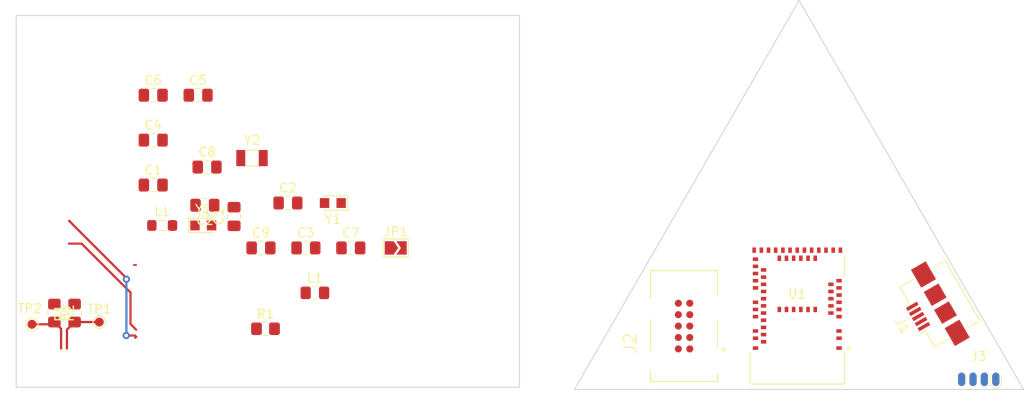
<source format=kicad_pcb>
(kicad_pcb (version 20211014) (generator pcbnew)
  (layers (0 "F.Cu" signal) (31 "B.Cu" signal) (34 "B.Paste" user) (35 "F.Paste" user) (36 "B.SilkS" user "B.Silkscreen") (37 "F.SilkS" user "F.Silkscreen") (38 "B.Mask" user) (39 "F.Mask" user) (44 "Edge.Cuts" user))
  (net 0 "")
  (net 1 "VCC")
  (net 2 "GND")
  (net 3 "/SWDIO")
  (net 4 "Net-(U1-Pad34)")
  (net 5 "Net-(U1-Pad35)")
  (net 6 "Net-(U1-Pad30)")
  (net 17 "Net-(C1-Pad2)")
  (net 19 "Net-(C2-Pad2)")
  (net 20 "VBUS")
  (net 25 "/SWCLK")
  (net 26 "Net-(J1-Pad2)")
  (net 27 "/SWO")
  (net 28 "Net-(U1-Pad1)")
  (net 29 "Net-(U1-Pad33)")
  (net 30 "Net-(U1-Pad46)")
  (net 31 "VDD")
  (net 32 "Net-(U1-Pad2)")
  (net 33 "Net-(U1-Pad3)")
  (net 34 "/~RESET")
  (net 36 "/SCL")
  (net 41 "Net-(U1-Pad32)")
  (net 42 "/SDA")
  (net 48 "SWDIO")
  (net 49 "/USBD+")
  (net 50 "/USBD-")
  (net 51 "RF")
  (net 58 "Net-(J1-Pad3)")
  (net 61 "Net-(L1-Pad1)")
  (net 62 "/SCK")
  (net 63 "/MOSI")
  (net 66 "/MISO")
  (net 67 "/RXD")
  (net 71 "/TXD")
  (footprint "Resistor_SMD:R_0805_2012Metric_Pad1.20x1.40mm_HandSolder" (layer "F.Cu") (at 116.5 107)
    (fp_text reference "R1" (at 0 -1.65) (layer "F.SilkS"))
    (fp_text value "100K")
    (fp_line (start -0.227064 0.735) (end 0.227064 0.735) (layer "F.SilkS") (width 0.12))
    (fp_line (start -0.227064 -0.735) (end 0.227064 -0.735) (layer "F.SilkS") (width 0.12))
    (pad "1" smd roundrect (at -1 0) (size 1.2 1.4) (layers "F.Cu" "F.Paste" "F.Mask") (roundrect_rratio 0.208333) (net 48 "SWDIO"))
    (pad "2" smd roundrect (at 1 0) (size 1.2 1.4) (layers "F.Cu" "F.Paste" "F.Mask") (roundrect_rratio 0.208333) (net 1 "VCC"))
  )
  (footprint "Resistor_SMD:R_0805_2012Metric_Pad1.20x1.40mm_HandSolder" (layer "F.Cu") (at 95.25 105.25 90)
    (fp_text reference "R1" (at 0 -1.65 90) (layer "F.SilkS"))
    (fp_text value "22")
    (fp_line (start -0.227064 0.735) (end 0.227064 0.735) (layer "F.SilkS") (width 0.12))
    (fp_line (start -0.227064 -0.735) (end 0.227064 -0.735) (layer "F.SilkS") (width 0.12))
    (pad "1" smd roundrect (at -1 0 90) (size 1.2 1.4) (layers "F.Cu" "F.Paste" "F.Mask") (roundrect_rratio 0.208333) (net 58 "Net-(J1-Pad3)"))
    (pad "2" smd roundrect (at 1 0 90) (size 1.2 1.4) (layers "F.Cu" "F.Paste" "F.Mask") (roundrect_rratio 0.208333) (net 49 "/USBD+"))
  )
  (footprint "Capacitor_SMD:C_0805_2012Metric_Pad1.18x1.45mm_HandSolder" (layer "F.Cu") (at 119 93)
    (fp_text reference "C2" (at 0 -1.68) (layer "F.SilkS"))
    (fp_text value "12pF")
    (fp_line (start -0.261252 0.735) (end 0.261252 0.735) (layer "F.SilkS") (width 0.12))
    (fp_line (start -0.261252 -0.735) (end 0.261252 -0.735) (layer "F.SilkS") (width 0.12))
    (pad "1" smd roundrect (at -1.0375 0) (size 1.175 1.45) (layers "F.Cu" "F.Paste" "F.Mask") (roundrect_rratio 0.212766) (net 2 "GND"))
    (pad "2" smd roundrect (at 1.0375 0) (size 1.175 1.45) (layers "F.Cu" "F.Paste" "F.Mask") (roundrect_rratio 0.212766) (net 5 "Net-(U1-Pad35)"))
  )
  (footprint "Crystal:Crystal_SMD_2012-2Pin_2.0x1.2mm_HandSoldering" (layer "F.Cu") (at 124 93 180)
    (fp_text reference "Y1" (at 0 -1.8) (layer "F.SilkS"))
    (fp_text value "32MHz")
    (fp_line (start -1.65 0.8) (end 1.2 0.8) (layer "F.SilkS") (width 0.12))
    (fp_line (start -1.65 -0.8) (end -1.65 0.8) (layer "F.SilkS") (width 0.12))
    (fp_line (start 1.2 -0.8) (end -1.65 -0.8) (layer "F.SilkS") (width 0.12))
    (pad "1" smd rect (at -0.925 0 180) (size 1.05 1.1) (layers "F.Cu" "F.Paste" "F.Mask") (net 5 "Net-(U1-Pad35)"))
    (pad "2" smd rect (at 0.925 0 180) (size 1.05 1.1) (layers "F.Cu" "F.Paste" "F.Mask") (net 4 "Net-(U1-Pad34)"))
  )
  (footprint "SOICbite:SOIC_clipProgSmall" (layer "F.Cu") (at 195.9 113.3795)
    (fp_text reference "J3" (at 0 -3.302) (layer "F.SilkS"))
    (fp_text value "SOICbite")
    (fp_line (start 1.27 -0.381) (end 1.27 -1.27) (layer "F.SilkS") (width 0.1))
    (fp_line (start 2.54 -0.381) (end 2.54 -1.27) (layer "F.SilkS") (width 0.1))
    (fp_arc (start 2.54 -0.381) (mid 1.905 0.254) (end 1.27 -0.381) (layer "F.SilkS") (width 0.1))
    (pad "" np_thru_hole circle locked (at 2.54 -1.905) (size 0.7 0.7) (drill 0.7) (layers *.Cu *.Mask))
    (pad "" np_thru_hole circle locked (at -1.27 -1.905) (size 0.7 0.7) (drill 0.7) (layers *.Cu *.Mask))
    (pad "" np_thru_hole circle locked (at 0 -1.905) (size 0.7 0.7) (drill 0.7) (layers *.Cu *.Mask))
    (pad "" np_thru_hole circle locked (at 1.27 -1.905) (size 0.7 0.7) (drill 0.7) (layers *.Cu *.Mask))
    (pad "" np_thru_hole circle locked (at -2.54 -1.905) (size 0.7 0.7) (drill 0.7) (layers *.Cu *.Mask))
    (pad "1" smd oval locked (at 1.905 -0.75) (size 0.8 1.5) (layers "F.Cu" "F.Mask") (net 1 "VCC"))
    (pad "2" smd oval locked (at 0.635 -0.75) (size 0.8 1.5) (layers "F.Cu" "F.Mask"))
    (pad "3" smd oval locked (at -0.635 -0.75) (size 0.8 1.5) (layers "F.Cu" "F.Mask"))
    (pad "4" smd oval locked (at -1.905 -0.75) (size 0.8 1.5) (layers "F.Cu" "F.Mask") (net 2 "GND"))
    (pad "5" smd oval locked (at -1.905 -0.75) (size 0.8 1.5) (layers "B.Cu" "B.Mask") (net 3 "/SWDIO"))
    (pad "6" smd oval locked (at -0.635 -0.75) (size 0.8 1.5) (layers "B.Cu" "B.Mask") (net 27 "/SWO"))
    (pad "7" smd oval locked (at 0.635 -0.75) (size 0.8 1.5) (layers "B.Cu" "B.Mask") (net 25 "/SWCLK"))
    (pad "8" smd oval locked (at 1.905 -0.75) (size 0.8 1.5) (layers "B.Cu" "B.Mask") (net 34 "/~RESET"))
  )
  (footprint "Capacitor_SMD:C_0805_2012Metric_Pad1.18x1.45mm_HandSolder" (layer "F.Cu") (at 104 86)
    (fp_text reference "C4" (at 0 -1.68) (layer "F.SilkS"))
    (fp_text value "100nF")
    (fp_line (start -0.261252 -0.735) (end 0.261252 -0.735) (layer "F.SilkS") (width 0.12))
    (fp_line (start -0.261252 0.735) (end 0.261252 0.735) (layer "F.SilkS") (width 0.12))
    (pad "1" smd roundrect (at -1.0375 0) (size 1.175 1.45) (layers "F.Cu" "F.Paste" "F.Mask") (roundrect_rratio 0.212766) (net 2 "GND"))
    (pad "2" smd roundrect (at 1.0375 0) (size 1.175 1.45) (layers "F.Cu" "F.Paste" "F.Mask") (roundrect_rratio 0.212766) (net 28 "Net-(U1-Pad1)"))
  )
  (footprint "Capacitor_SMD:C_0805_2012Metric_Pad1.18x1.45mm_HandSolder" (layer "F.Cu") (at 109.75 93.25 180)
    (fp_text reference "C2" (at 0 -1.68) (layer "F.SilkS"))
    (fp_text value "22pF")
    (fp_line (start -0.261252 -0.735) (end 0.261252 -0.735) (layer "F.SilkS") (width 0.12))
    (fp_line (start -0.261252 0.735) (end 0.261252 0.735) (layer "F.SilkS") (width 0.12))
    (pad "1" smd roundrect (at -1.0375 0 180) (size 1.175 1.45) (layers "F.Cu" "F.Paste" "F.Mask") (roundrect_rratio 0.212766) (net 2 "GND"))
    (pad "2" smd roundrect (at 1.0375 0 180) (size 1.175 1.45) (layers "F.Cu" "F.Paste" "F.Mask") (roundrect_rratio 0.212766) (net 19 "Net-(C2-Pad2)"))
  )
  (footprint "Crystal:Crystal_SMD_3215-2Pin_3.2x1.5mm" (layer "F.Cu") (at 115 88)
    (fp_text reference "Y2" (at 0 -2) (layer "F.SilkS"))
    (fp_text value "32.768kHz")
    (fp_line (start -0.675 0.875) (end 0.675 0.875) (layer "F.SilkS") (width 0.12))
    (fp_line (start -0.675 -0.875) (end 0.675 -0.875) (layer "F.SilkS") (width 0.12))
    (pad "1" smd rect (at 1.25 0) (size 1 1.8) (layers "F.Cu" "F.Paste" "F.Mask") (net 33 "Net-(U1-Pad3)"))
    (pad "2" smd rect (at -1.25 0) (size 1 1.8) (layers "F.Cu" "F.Paste" "F.Mask") (net 32 "Net-(U1-Pad2)"))
  )
  (footprint "Resistor_SMD:R_0805_2012Metric_Pad1.20x1.40mm_HandSolder" (layer "F.Cu") (at 93 105.25 -90)
    (fp_text reference "R2" (at 0 -1.65 90) (layer "F.SilkS"))
    (fp_text value "22")
    (fp_line (start -0.227064 -0.735) (end 0.227064 -0.735) (layer "F.SilkS") (width 0.12))
    (fp_line (start -0.227064 0.735) (end 0.227064 0.735) (layer "F.SilkS") (width 0.12))
    (pad "1" smd roundrect (at -1 0 270) (size 1.2 1.4) (layers "F.Cu" "F.Paste" "F.Mask") (roundrect_rratio 0.208333) (net 50 "/USBD-"))
    (pad "2" smd roundrect (at 1 0 270) (size 1.2 1.4) (layers "F.Cu" "F.Paste" "F.Mask") (roundrect_rratio 0.208333) (net 26 "Net-(J1-Pad2)"))
  )
  (footprint "Connector_USB:USB_Micro-B_Amphenol_10104110_Horizontal" (layer "F.Cu") (at 190.499167 104.854071 120)
    (fp_text reference "J1" (at 0 -3.55 120) (layer "F.SilkS"))
    (fp_text value "USB_B_Micro")
    (fp_line (start -3.86 0.05) (end -3.86 -1.66) (layer "F.SilkS") (width 0.12))
    (fp_line (start -3.86 4.16) (end 3.86 4.16) (layer "F.SilkS") (width 0.12))
    (fp_line (start -3.86 4.16) (end -3.86 2.55) (layer "F.SilkS") (width 0.12))
    (fp_line (start 3.86 -1.66) (end 1.8 -1.66) (layer "F.SilkS") (width 0.12))
    (fp_line (start -3.86 -1.66) (end -1.8 -1.66) (layer "F.SilkS") (width 0.12))
    (fp_line (start 3.86 4.16) (end 3.86 2.55) (layer "F.SilkS") (width 0.12))
    (fp_line (start -1.8 -1.66) (end -1.8 -2.25) (layer "F.SilkS") (width 0.12))
    (fp_line (start 3.86 0.05) (end 3.86 -1.66) (layer "F.SilkS") (width 0.12))
    (pad "1" smd rect (at -1.3 -1.55 120) (size 0.4 1.4) (layers "F.Cu" "F.Paste" "F.Mask") (net 20 "VBUS"))
    (pad "2" smd rect (at -0.65 -1.55 120) (size 0.4 1.4) (layers "F.Cu" "F.Paste" "F.Mask") (net 26 "Net-(J1-Pad2)"))
    (pad "3" smd rect (at 0 -1.55 120) (size 0.4 1.4) (layers "F.Cu" "F.Paste" "F.Mask") (net 58 "Net-(J1-Pad3)"))
    (pad "4" smd rect (at 0.65 -1.55 120) (size 0.4 1.4) (layers "F.Cu" "F.Paste" "F.Mask"))
    (pad "5" smd rect (at 1.3 -1.55 120) (size 0.4 1.4) (layers "F.Cu" "F.Paste" "F.Mask") (net 2 "GND"))
    (pad "6" smd rect (at 1.15 1.3 120) (size 1.8 1.9) (layers "F.Cu" "F.Paste" "F.Mask"))
    (pad "6" smd rect (at 3.75 1.3 120) (size 2.3 1.9) (layers "F.Cu" "F.Paste" "F.Mask"))
    (pad "6" smd rect (at -1.15 1.3 120) (size 1.8 1.9) (layers "F.Cu" "F.Paste" "F.Mask"))
    (pad "6" smd rect (at -3.75 1.3 120) (size 2.3 1.9) (layers "F.Cu" "F.Paste" "F.Mask"))
  )
  (footprint "Capacitor_SMD:C_0805_2012Metric_Pad1.18x1.45mm_HandSolder" (layer "F.Cu") (at 104 91)
    (fp_text reference "C1" (at 0 -1.68) (layer "F.SilkS"))
    (fp_text value "12pF")
    (fp_line (start -0.261252 -0.735) (end 0.261252 -0.735) (layer "F.SilkS") (width 0.12))
    (fp_line (start -0.261252 0.735) (end 0.261252 0.735) (layer "F.SilkS") (width 0.12))
    (pad "1" smd roundrect (at -1.0375 0) (size 1.175 1.45) (layers "F.Cu" "F.Paste" "F.Mask") (roundrect_rratio 0.212766) (net 2 "GND"))
    (pad "2" smd roundrect (at 1.0375 0) (size 1.175 1.45) (layers "F.Cu" "F.Paste" "F.Mask") (roundrect_rratio 0.212766) (net 4 "Net-(U1-Pad34)"))
  )
  (footprint "Capacitor_SMD:C_0805_2012Metric_Pad1.18x1.45mm_HandSolder" (layer "F.Cu") (at 116 98)
    (fp_text reference "C9" (at 0 -1.68) (layer "F.SilkS"))
    (fp_text value "12pF")
    (fp_line (start -0.261252 -0.735) (end 0.261252 -0.735) (layer "F.SilkS") (width 0.12))
    (fp_line (start -0.261252 0.735) (end 0.261252 0.735) (layer "F.SilkS") (width 0.12))
    (pad "1" smd roundrect (at -1.0375 0) (size 1.175 1.45) (layers "F.Cu" "F.Paste" "F.Mask") (roundrect_rratio 0.212766) (net 33 "Net-(U1-Pad3)"))
    (pad "2" smd roundrect (at 1.0375 0) (size 1.175 1.45) (layers "F.Cu" "F.Paste" "F.Mask") (roundrect_rratio 0.212766) (net 2 "GND"))
  )
  (footprint "Capacitor_SMD:C_0805_2012Metric_Pad1.18x1.45mm_HandSolder" (layer "F.Cu") (at 113 94.5 90)
    (fp_text reference "C1" (at 0 -1.68 90) (layer "F.SilkS"))
    (fp_text value "22pF")
    (fp_line (start -0.261252 0.735) (end 0.261252 0.735) (layer "F.SilkS") (width 0.12))
    (fp_line (start -0.261252 -0.735) (end 0.261252 -0.735) (layer "F.SilkS") (width 0.12))
    (pad "1" smd roundrect (at -1.0375 0 90) (size 1.175 1.45) (layers "F.Cu" "F.Paste" "F.Mask") (roundrect_rratio 0.212766) (net 2 "GND"))
    (pad "2" smd roundrect (at 1.0375 0 90) (size 1.175 1.45) (layers "F.Cu" "F.Paste" "F.Mask") (roundrect_rratio 0.212766) (net 17 "Net-(C1-Pad2)"))
  )
  (footprint "Capacitor_SMD:C_0805_2012Metric_Pad1.18x1.45mm_HandSolder" (layer "F.Cu") (at 109 81)
    (fp_text reference "C5" (at 0 -1.68) (layer "F.SilkS"))
    (fp_text value "100pF")
    (fp_line (start -0.261252 0.735) (end 0.261252 0.735) (layer "F.SilkS") (width 0.12))
    (fp_line (start -0.261252 -0.735) (end 0.261252 -0.735) (layer "F.SilkS") (width 0.12))
    (pad "1" smd roundrect (at -1.0375 0) (size 1.175 1.45) (layers "F.Cu" "F.Paste" "F.Mask") (roundrect_rratio 0.212766) (net 2 "GND"))
    (pad "2" smd roundrect (at 1.0375 0) (size 1.175 1.45) (layers "F.Cu" "F.Paste" "F.Mask") (roundrect_rratio 0.212766) (net 29 "Net-(U1-Pad33)"))
  )
  (footprint "TestPoint:TestPoint_Pad_D1.0mm" (layer "F.Cu") (at 98 106.25)
    (fp_text reference "TP1" (at 0 -1.448) (layer "F.SilkS"))
    (fp_text value "TestPoint")
    (fp_circle (center 0 0) (end 0 0.7) (layer "F.SilkS") (width 0.12) (fill none))
    (pad "1" smd circle (at 0 0) (size 1 1) (layers "F.Cu" "F.Mask") (net 58 "Net-(J1-Pad3)"))
  )
  (footprint "Capacitor_SMD:C_0805_2012Metric_Pad1.18x1.45mm_HandSolder" (layer "F.Cu") (at 104 81)
    (fp_text reference "C6" (at 0 -1.68) (layer "F.SilkS"))
    (fp_text value "1.0uF")
    (fp_line (start -0.261252 0.735) (end 0.261252 0.735) (layer "F.SilkS") (width 0.12))
    (fp_line (start -0.261252 -0.735) (end 0.261252 -0.735) (layer "F.SilkS") (width 0.12))
    (pad "1" smd roundrect (at -1.0375 0) (size 1.175 1.45) (layers "F.Cu" "F.Paste" "F.Mask") (roundrect_rratio 0.212766) (net 2 "GND"))
    (pad "2" smd roundrect (at 1.0375 0) (size 1.175 1.45) (layers "F.Cu" "F.Paste" "F.Mask") (roundrect_rratio 0.212766) (net 30 "Net-(U1-Pad46)"))
  )
  (footprint "Capacitor_SMD:C_0805_2012Metric_Pad1.18x1.45mm_HandSolder" (layer "F.Cu") (at 110 89)
    (fp_text reference "C8" (at 0 -1.68) (layer "F.SilkS"))
    (fp_text value "12pF")
    (fp_line (start -0.261252 0.735) (end 0.261252 0.735) (layer "F.SilkS") (width 0.12))
    (fp_line (start -0.261252 -0.735) (end 0.261252 -0.735) (layer "F.SilkS") (width 0.12))
    (pad "1" smd roundrect (at -1.0375 0) (size 1.175 1.45) (layers "F.Cu" "F.Paste" "F.Mask") (roundrect_rratio 0.212766) (net 32 "Net-(U1-Pad2)"))
    (pad "2" smd roundrect (at 1.0375 0) (size 1.175 1.45) (layers "F.Cu" "F.Paste" "F.Mask") (roundrect_rratio 0.212766) (net 2 "GND"))
  )
  (footprint "Crystal:Crystal_SMD_2012-2Pin_2.0x1.2mm_HandSoldering" (layer "F.Cu") (at 109.575 95.5)
    (fp_text reference "Y1" (at 0 -1.8) (layer "F.SilkS"))
    (fp_text value "32.768kHz")
    (fp_line (start -1.65 0.8) (end 1.2 0.8) (layer "F.SilkS") (width 0.12))
    (fp_line (start -1.65 -0.8) (end -1.65 0.8) (layer "F.SilkS") (width 0.12))
    (fp_line (start 1.2 -0.8) (end -1.65 -0.8) (layer "F.SilkS") (width 0.12))
    (pad "1" smd rect (at -0.925 0) (size 1.05 1.1) (layers "F.Cu" "F.Paste" "F.Mask") (net 19 "Net-(C2-Pad2)"))
    (pad "2" smd rect (at 0.925 0) (size 1.05 1.1) (layers "F.Cu" "F.Paste" "F.Mask") (net 17 "Net-(C1-Pad2)"))
  )
  (footprint "Inductor_SMD:L_0805_2012Metric_Pad1.15x1.40mm_HandSolder" (layer "F.Cu") (at 122 103)
    (fp_text reference "L1" (at 0 -1.65) (layer "F.SilkS"))
    (fp_text value "3.9nH")
    (fp_line (start -0.261252 -0.71) (end 0.261252 -0.71) (layer "F.SilkS") (width 0.12))
    (fp_line (start -0.261252 0.71) (end 0.261252 0.71) (layer "F.SilkS") (width 0.12))
    (pad "1" smd roundrect (at -1.025 0) (size 1.15 1.4) (layers "F.Cu" "F.Paste" "F.Mask") (roundrect_rratio 0.217391) (net 51 "RF"))
    (pad "2" smd roundrect (at 1.025 0) (size 1.15 1.4) (layers "F.Cu" "F.Paste" "F.Mask") (roundrect_rratio 0.217391) (net 6 "Net-(U1-Pad30)"))
  )
  (footprint "TC2050-IDC:TAG-CONNECT_TC2050-IDC" (layer "F.Cu") (at 163.1 106.7 90)
    (fp_text reference "J2" (at -1.908355 -5.979565 90) (layer "F.SilkS") (effects (font (size 1.40248 1.40248))))
    (fp_text value "TC2050-IDC")
    (fp_line (start 3.1 -3.72795) (end 6.17 -3.72795) (layer "F.SilkS") (width 0.127))
    (fp_line (start 0.5 3.72795) (end -2.35 3.72795) (layer "F.SilkS") (width 0.127))
    (fp_line (start -6.17 3.72795) (end -6.17 -3.72795) (layer "F.SilkS") (width 0.127))
    (fp_line (start -5.25 3.72795) (end -6.17 3.72795) (layer "F.SilkS") (width 0.127))
    (fp_line (start 6.17 3.72795) (end 3.35 3.72795) (layer "F.SilkS") (width 0.127))
    (fp_line (start -2.65 -3.72795) (end 0.7 -3.72795) (layer "F.SilkS") (width 0.127))
    (fp_line (start -6.17 -3.72795) (end -4.95 -3.72795) (layer "F.SilkS") (width 0.127))
    (fp_line (start 6.17 -3.72795) (end 6.17 3.72795) (layer "F.SilkS") (width 0.127))
    (fp_circle (center -2.6 4.38128) (end -2.48 4.38128) (layer "F.SilkS") (width 0.24) (fill none))
    (pad "" np_thru_hole circle locked (at -3.81 0 90) (size 0.9906 0.9906) (drill 0.9906) (layers *.Cu *.Mask))
    (pad "" np_thru_hole circle locked (at -3.81 2.54 90) (size 2.3749 2.3749) (drill 2.3749) (layers *.Cu *.Mask))
    (pad "" np_thru_hole circle locked (at 1.905 -2.54 90) (size 2.3749 2.3749) (drill 2.3749) (layers *.Cu *.Mask))
    (pad "" np_thru_hole circle locked (at 1.905 2.54 90) (size 2.3749 2.3749) (drill 2.3749) (layers *.Cu *.Mask))
    (pad "" np_thru_hole circle locked (at -3.81 -2.54 90) (size 2.3749 2.3749) (drill 2.3749) (layers *.Cu *.Mask))
    (pad "" np_thru_hole circle locked (at 3.81 -1.015 90) (size 0.9906 0.9906) (drill 0.9906) (layers *.Cu *.Mask))
    (pad "" np_thru_hole circle locked (at 3.81 1.015 90) (size 0.9906 0.9906) (drill 0.9906) (layers *.Cu *.Mask))
    (pad "1" smd circle locked (at -2.54 0.635 90) (size 0.7874 0.7874) (layers "F.Cu" "F.Mask") (net 1 "VCC"))
    (pad "2" smd circle locked (at -1.27 0.635 90) (size 0.7874 0.7874) (layers "F.Cu" "F.Mask") (net 3 "/SWDIO"))
    (pad "3" smd circle locked (at 0 0.635 90) (size 0.7874 0.7874) (layers "F.Cu" "F.Mask") (net 2 "GND"))
    (pad "4" smd circle locked (at 1.27 0.635 90) (size 0.7874 0.7874) (layers "F.Cu" "F.Mask") (net 25 "/SWCLK"))
    (pad "5" smd circle locked (at 2.54 0.635 90) (size 0.7874 0.7874) (layers "F.Cu" "F.Mask") (net 2 "GND"))
    (pad "6" smd circle locked (at 2.54 -0.635 270) (size 0.7874 0.7874) (layers "F.Cu" "F.Mask") (net 27 "/SWO"))
    (pad "7" smd circle locked (at 1.27 -0.635 270) (size 0.7874 0.7874) (layers "F.Cu" "F.Mask"))
    (pad "8" smd circle locked (at 0 -0.635 270) (size 0.7874 0.7874) (layers "F.Cu" "F.Mask"))
    (pad "9" smd circle locked (at -1.27 -0.635 270) (size 0.7874 0.7874) (layers "F.Cu" "F.Mask"))
    (pad "10" smd circle locked (at -2.54 -0.635 270) (size 0.7874 0.7874) (layers "F.Cu" "F.Mask") (net 34 "/~RESET"))
  )
  (footprint "Capacitor_SMD:C_0805_2012Metric_Pad1.18x1.45mm_HandSolder" (layer "F.Cu") (at 121 98)
    (fp_text reference "C3" (at 0 -1.68) (layer "F.SilkS"))
    (fp_text value "0.8pF")
    (fp_line (start -0.261252 0.735) (end 0.261252 0.735) (layer "F.SilkS") (width 0.12))
    (fp_line (start -0.261252 -0.735) (end 0.261252 -0.735) (layer "F.SilkS") (width 0.12))
    (pad "1" smd roundrect (at -1.0375 0) (size 1.175 1.45) (layers "F.Cu" "F.Paste" "F.Mask") (roundrect_rratio 0.212766) (net 6 "Net-(U1-Pad30)"))
    (pad "2" smd roundrect (at 1.0375 0) (size 1.175 1.45) (layers "F.Cu" "F.Paste" "F.Mask") (roundrect_rratio 0.212766) (net 2 "GND"))
  )
  (footprint "Jumper:SolderJumper-2_P1.3mm_Open_TrianglePad1.0x1.5mm" (layer "F.Cu") (at 131 98)
    (fp_text reference "JP1" (at 0 -1.8) (layer "F.SilkS"))
    (fp_text value "SolderJumper_2_Open")
    (fp_line (start -1.4 -1) (end 1.4 -1) (layer "F.SilkS") (width 0.12))
    (fp_line (start 1.4 -1) (end 1.4 1) (layer "F.SilkS") (width 0.12))
    (fp_line (start 1.4 1) (end -1.4 1) (layer "F.SilkS") (width 0.12))
    (fp_line (start -1.4 1) (end -1.4 -1) (layer "F.SilkS") (width 0.12))
    (pad "1" smd custom (at -0.725 0) (size 0.3 0.3) (layers "F.Cu" "F.Mask") (net 2 "GND") (options (clearance outline) (anchor rect)) (primitives (gr_poly (pts (xy 1 0) (xy 0.5 0.75) (xy -0.5 0.75) (xy -0.5 -0.75) (xy 0.5 -0.75)) (width 0) (fill yes))))
    (pad "2" smd custom (at 0.725 0) (size 0.3 0.3) (layers "F.Cu" "F.Mask") (net 41 "Net-(U1-Pad32)") (options (clearance outline) (anchor rect)) (primitives (gr_poly (pts (xy 0.5 0.75) (xy -0.65 0.75) (xy -0.15 0) (xy -0.65 -0.75) (xy 0.5 -0.75)) (width 0) (fill yes))))
  )
  (footprint "Inductor_SMD:L_0805_2012Metric_Pad1.05x1.20mm_HandSolder" (layer "F.Cu") (at 105 95.5)
    (fp_text reference "L1" (at 0 -1.55) (layer "F.SilkS"))
    (fp_text value "10uH (DNP?)")
    (fp_line (start -0.410242 -0.56) (end 0.410242 -0.56) (layer "F.SilkS") (width 0.12))
    (fp_line (start -0.410242 0.56) (end 0.410242 0.56) (layer "F.SilkS") (width 0.12))
    (pad "1" smd roundrect (at -1.15 0) (size 1.05 1.2) (layers "F.Cu" "F.Paste" "F.Mask") (roundrect_rratio 0.238095) (net 61 "Net-(L1-Pad1)"))
    (pad "2" smd roundrect (at 1.15 0) (size 1.05 1.2) (layers "F.Cu" "F.Paste" "F.Mask") (roundrect_rratio 0.238095) (net 1 "VCC"))
  )
  (footprint "MDBT50Q-1MV2:XCVR_MDBT50Q-1MV2" (layer "F.Cu") (at 175.7 105.4 180)
    (fp_text reference "U1" (at 0 2.25) (layer "F.SilkS"))
    (fp_text value "MDBT50Q-1MV2")
    (fp_line (start -5.25 -4.25) (end -5.25 -7.75) (layer "F.SilkS") (width 0.127))
    (fp_line (start 5.25 -7.75) (end 5.25 -4.25) (layer "F.SilkS") (width 0.127))
    (fp_line (start -5.25 4.2) (end -5.25 6.55) (layer "F.SilkS") (width 0.127))
    (fp_line (start -5.25 -7.75) (end 5.25 -7.75) (layer "F.SilkS") (width 0.127))
    (fp_circle (center -5.75 -3.75) (end -5.65 -3.75) (layer "F.SilkS") (width 0.2) (fill none))
    (pad "1" smd rect locked (at -4.65 -3.75 180) (size 0.6 0.4) (layers "F.Cu" "F.Paste" "F.Mask") (net 2 "GND"))
    (pad "2" smd rect locked (at -4.65 -2.65 180) (size 0.6 0.4) (layers "F.Cu" "F.Paste" "F.Mask") (net 2 "GND"))
    (pad "3" smd rect locked (at -4.65 -1.85 180) (size 0.6 0.4) (layers "F.Cu" "F.Paste" "F.Mask"))
    (pad "4" smd rect locked (at -4.65 -0.25 180) (size 0.6 0.4) (layers "F.Cu" "F.Paste" "F.Mask"))
    (pad "5" smd rect locked (at -3.75 0.15 180) (size 0.6 0.4) (layers "F.Cu" "F.Paste" "F.Mask"))
    (pad "6" smd rect locked (at -4.65 0.55 180) (size 0.6 0.4) (layers "F.Cu" "F.Paste" "F.Mask"))
    (pad "7" smd rect locked (at -3.75 0.95 180) (size 0.6 0.4) (layers "F.Cu" "F.Paste" "F.Mask"))
    (pad "8" smd rect locked (at -4.65 1.35 180) (size 0.6 0.4) (layers "F.Cu" "F.Paste" "F.Mask"))
    (pad "9" smd rect locked (at -3.75 1.75 180) (size 0.6 0.4) (layers "F.Cu" "F.Paste" "F.Mask"))
    (pad "10" smd rect locked (at -4.65 2.15 180) (size 0.6 0.4) (layers "F.Cu" "F.Paste" "F.Mask"))
    (pad "11" smd rect locked (at -3.75 2.55 180) (size 0.6 0.4) (layers "F.Cu" "F.Paste" "F.Mask"))
    (pad "12" smd rect locked (at -4.65 2.95 180) (size 0.6 0.4) (layers "F.Cu" "F.Paste" "F.Mask"))
    (pad "13" smd rect locked (at -3.75 3.35 180) (size 0.6 0.4) (layers "F.Cu" "F.Paste" "F.Mask"))
    (pad "14" smd rect locked (at -4.65 3.75 180) (size 0.6 0.4) (layers "F.Cu" "F.Paste" "F.Mask"))
    (pad "15" smd rect locked (at -4.8 7.15 180) (size 0.4 0.6) (layers "F.Cu" "F.Paste" "F.Mask") (net 2 "GND"))
    (pad "16" smd rect locked (at -4 7.15 180) (size 0.4 0.6) (layers "F.Cu" "F.Paste" "F.Mask"))
    (pad "17" smd rect locked (at -3.2 7.15 180) (size 0.4 0.6) (layers "F.Cu" "F.Paste" "F.Mask") (net 17 "Net-(C1-Pad2)"))
    (pad "18" smd rect locked (at -2.4 7.15 180) (size 0.4 0.6) (layers "F.Cu" "F.Paste" "F.Mask") (net 19 "Net-(C2-Pad2)"))
    (pad "19" smd rect locked (at -2 6.25 180) (size 0.4 0.6) (layers "F.Cu" "F.Paste" "F.Mask"))
    (pad "20" smd rect locked (at -1.6 7.15 180) (size 0.4 0.6) (layers "F.Cu" "F.Paste" "F.Mask"))
    (pad "21" smd rect locked (at -1.2 6.25 180) (size 0.4 0.6) (layers "F.Cu" "F.Paste" "F.Mask"))
    (pad "22" smd rect locked (at -0.8 7.15 180) (size 0.4 0.6) (layers "F.Cu" "F.Paste" "F.Mask"))
    (pad "23" smd rect locked (at -0.4 6.25 180) (size 0.4 0.6) (layers "F.Cu" "F.Paste" "F.Mask"))
    (pad "24" smd rect locked (at 0 7.15 180) (size 0.4 0.6) (layers "F.Cu" "F.Paste" "F.Mask"))
    (pad "25" smd rect locked (at 0.4 6.25 180) (size 0.4 0.6) (layers "F.Cu" "F.Paste" "F.Mask"))
    (pad "26" smd rect locked (at 0.8 7.15 180) (size 0.4 0.6) (layers "F.Cu" "F.Paste" "F.Mask"))
    (pad "27" smd rect locked (at 1.2 6.25 180) (size 0.4 0.6) (layers "F.Cu" "F.Paste" "F.Mask") (net 36 "/SCL"))
    (pad "28" smd rect locked (at 1.6 7.15 180) (size 0.4 0.6) (layers "F.Cu" "F.Paste" "F.Mask") (net 1 "VCC"))
    (pad "29" smd rect locked (at 2 6.25 180) (size 0.4 0.6) (layers "F.Cu" "F.Paste" "F.Mask") (net 42 "/SDA"))
    (pad "30" smd rect locked (at 2.4 7.15 180) (size 0.4 0.6) (layers "F.Cu" "F.Paste" "F.Mask") (net 1 "VCC"))
    (pad "31" smd rect locked (at 3.2 7.15 180) (size 0.4 0.6) (layers "F.Cu" "F.Paste" "F.Mask") (net 61 "Net-(L1-Pad1)"))
    (pad "32" smd rect locked (at 4 7.15 180) (size 0.4 0.6) (layers "F.Cu" "F.Paste" "F.Mask"))
    (pad "33" smd rect locked (at 4.8 7.15 180) (size 0.4 0.6) (layers "F.Cu" "F.Paste" "F.Mask") (net 2 "GND"))
    (pad "34" smd rect locked (at 4.65 6.15) (size 0.6 0.4) (layers "F.Cu" "F.Paste" "F.Mask") (net 50 "/USBD-"))
    (pad "35" smd rect locked (at 4.65 5.35) (size 0.6 0.4) (layers "F.Cu" "F.Paste" "F.Mask") (net 49 "/USBD+"))
    (pad "36" smd rect locked (at 3.75 4.95) (size 0.6 0.4) (layers "F.Cu" "F.Paste" "F.Mask") (net 62 "/SCK"))
    (pad "37" smd rect locked (at 4.65 4.55) (size 0.6 0.4) (layers "F.Cu" "F.Paste" "F.Mask") (net 63 "/MOSI"))
    (pad "38" smd rect locked (at 3.75 4.15) (size 0.6 0.4) (layers "F.Cu" "F.Paste" "F.Mask"))
    (pad "39" smd rect locked (at 4.65 3.75) (size 0.6 0.4) (layers "F.Cu" "F.Paste" "F.Mask") (net 66 "/MISO"))
    (pad "40" smd rect locked (at 3.75 3.35) (size 0.6 0.4) (layers "F.Cu" "F.Paste" "F.Mask") (net 34 "/~RESET"))
    (pad "41" smd rect locked (at 4.65 2.95) (size 0.6 0.4) (layers "F.Cu" "F.Paste" "F.Mask"))
    (pad "42" smd rect locked (at 3.75 2.55) (size 0.6 0.4) (layers "F.Cu" "F.Paste" "F.Mask"))
    (pad "43" smd rect locked (at 3.75 1.75) (size 0.6 0.4) (layers "F.Cu" "F.Paste" "F.Mask"))
    (pad "44" smd rect locked (at 4.65 1.35) (size 0.6 0.4) (layers "F.Cu" "F.Paste" "F.Mask"))
    (pad "45" smd rect locked (at 3.75 0.95) (size 0.6 0.4) (layers "F.Cu" "F.Paste" "F.Mask"))
    (pad "46" smd rect locked (at 4.65 0.55) (size 0.6 0.4) (layers "F.Cu" "F.Paste" "F.Mask"))
    (pad "47" smd rect locked (at 3.75 0.15) (size 0.6 0.4) (layers "F.Cu" "F.Paste" "F.Mask") (net 27 "/SWO"))
    (pad "48" smd rect locked (at 4.65 -0.25) (size 0.6 0.4) (layers "F.Cu" "F.Paste" "F.Mask") (net 67 "/RXD"))
    (pad "49" smd rect locked (at 3.75 -0.65) (size 0.6 0.4) (layers "F.Cu" "F.Paste" "F.Mask") (net 71 "/TXD"))
    (pad "50" smd rect locked (at 3.75 -1.45) (size 0.6 0.4) (layers "F.Cu" "F.Paste" "F.Mask"))
    (pad "51" smd rect locked (at 4.65 -1.85) (size 0.6 0.4) (layers "F.Cu" "F.Paste" "F.Mask") (net 3 "/SWDIO"))
    (pad "52" smd rect locked (at 3.75 -2.25) (size 0.6 0.4) (layers "F.Cu" "F.Paste" "F.Mask"))
    (pad "53" smd rect locked (at 4.65 -2.65) (size 0.6 0.4) (layers "F.Cu" "F.Paste" "F.Mask") (net 25 "/SWCLK"))
    (pad "54" smd rect locked (at 3.75 -3.05) (size 0.6 0.4) (layers "F.Cu" "F.Paste" "F.Mask"))
    (pad "55" smd rect locked (at 4.65 -3.75) (size 0.6 0.4) (layers "F.Cu" "F.Paste" "F.Mask") (net 2 "GND"))
    (pad "56" smd rect locked (at -2 0.55 180) (size 0.4 0.6) (layers "F.Cu" "F.Paste" "F.Mask"))
    (pad "57" smd rect locked (at -1.2 0.55 180) (size 0.4 0.6) (layers "F.Cu" "F.Paste" "F.Mask"))
    (pad "58" smd rect locked (at -0.4 0.55 180) (size 0.4 0.6) (layers "F.Cu" "F.Paste" "F.Mask"))
    (pad "59" smd rect locked (at 0.4 0.55 180) (size 0.4 0.6) (layers "F.Cu" "F.Paste" "F.Mask"))
    (pad "60" smd rect locked (at 1.2 0.55 180) (size 0.4 0.6) (layers "F.Cu" "F.Paste" "F.Mask"))
    (pad "61" smd rect locked (at 2 0.55 180) (size 0.4 0.6) (layers "F.Cu" "F.Paste" "F.Mask"))
  )
  (footprint "TestPoint:TestPoint_Pad_D1.0mm" (layer "F.Cu") (at 90.5 106.5)
    (fp_text reference "TP2" (at -0.25 -1.75) (layer "F.SilkS"))
    (fp_text value "TestPoint")
    (fp_circle (center 0 0) (end 0 0.7) (layer "F.SilkS") (width 0.12) (fill none))
    (pad "1" smd circle (at 0 0) (size 1 1) (layers "F.Cu" "F.Mask") (net 26 "Net-(J1-Pad2)"))
  )
  (footprint "Capacitor_SMD:C_0805_2012Metric_Pad1.18x1.45mm_HandSolder" (layer "F.Cu") (at 126 98)
    (fp_text reference "C7" (at 0 -1.68) (layer "F.SilkS"))
    (fp_text value "100nF")
    (fp_line (start -0.261252 -0.735) (end 0.261252 -0.735) (layer "F.SilkS") (width 0.12))
    (fp_line (start -0.261252 0.735) (end 0.261252 0.735) (layer "F.SilkS") (width 0.12))
    (pad "1" smd roundrect (at -1.0375 0) (size 1.175 1.45) (layers "F.Cu" "F.Paste" "F.Mask") (roundrect_rratio 0.212766) (net 31 "VDD"))
    (pad "2" smd roundrect (at 1.0375 0) (size 1.175 1.45) (layers "F.Cu" "F.Paste" "F.Mask") (roundrect_rratio 0.212766) (net 2 "GND"))
  )
  (gr_line (start 150.9 113.75) (end 200.9 113.75) (layer "Edge.Cuts") (width 0.1))
  (gr_line (start 200.9 113.75) (end 175.9 70.45) (layer "Edge.Cuts") (width 0.1))
  (gr_line (start 175.9 70.45) (end 150.9 113.75) (layer "Edge.Cuts") (width 0.1))
  (gr_rect (start 88.75 72.136) (end 144.78 113.5) (layer "Edge.Cuts") (width 0.1) (fill none))
  (segment (start 101.475489 102.963304) (end 101.475489 106.475489) (width 0.25) (layer "F.Cu") (net 3))
  (segment (start 96.032185 97.52) (end 101.475489 102.963304) (width 0.25) (layer "F.Cu") (net 3))
  (segment (start 94.635 97.52) (end 96.032185 97.52) (width 0.25) (layer "F.Cu") (net 3))
  (segment (start 101.475489 106.475489) (end 102.1 107.1) (width 0.25) (layer "F.Cu") (net 3))
  (segment (start 101 107.75) (end 101.95 107.75) (width 0.25) (layer "F.Cu") (net 25))
  (segment (start 101.018392 101.363392) (end 101.018392 101.481608) (width 0.25) (layer "F.Cu") (net 25))
  (segment (start 102.000497 107.999503) (end 102.1 107.9) (width 0.25) (layer "F.Cu") (net 25))
  (segment (start 94.635 94.98) (end 101.018392 101.363392) (width 0.25) (layer "F.Cu") (net 25))
  (segment (start 101.95 107.75) (end 102.1 107.9) (width 0.25) (layer "F.Cu") (net 25))
  (via (at 101 107.75) (size 0.8) (drill 0.4) (layers "F.Cu" "B.Cu") (net 25))
  (via (at 101.018392 101.481608) (size 0.8) (drill 0.4) (layers "F.Cu" "B.Cu") (net 25))
  (segment (start 101.018392 107.731608) (end 101 107.75) (width 0.25) (layer "B.Cu") (net 25))
  (segment (start 101.018392 101.481608) (end 101.018392 107.731608) (width 0.25) (layer "B.Cu") (net 25))
  (segment (start 93.75 107) (end 93.75 109.19) (width 0.25) (layer "F.Cu") (net 26))
  (segment (start 92.75 106.5) (end 93 106.25) (width 0.25) (layer "F.Cu") (net 26))
  (segment (start 93 106.25) (end 93.75 107) (width 0.25) (layer "F.Cu") (net 26))
  (segment (start 90.5 106.5) (end 92.75 106.5) (width 0.25) (layer "F.Cu") (net 26))
  (segment (start 101.85 99.9) (end 102.1 99.9) (width 0.2) (layer "F.Cu") (net 49))
  (segment (start 94.4 109.19) (end 94.4 107.1) (width 0.25) (layer "F.Cu") (net 58))
  (segment (start 94.4 107.1) (end 95.25 106.25) (width 0.25) (layer "F.Cu") (net 58))
  (segment (start 98 106.25) (end 95.25 106.25) (width 0.25) (layer "F.Cu") (net 58))
)
</source>
